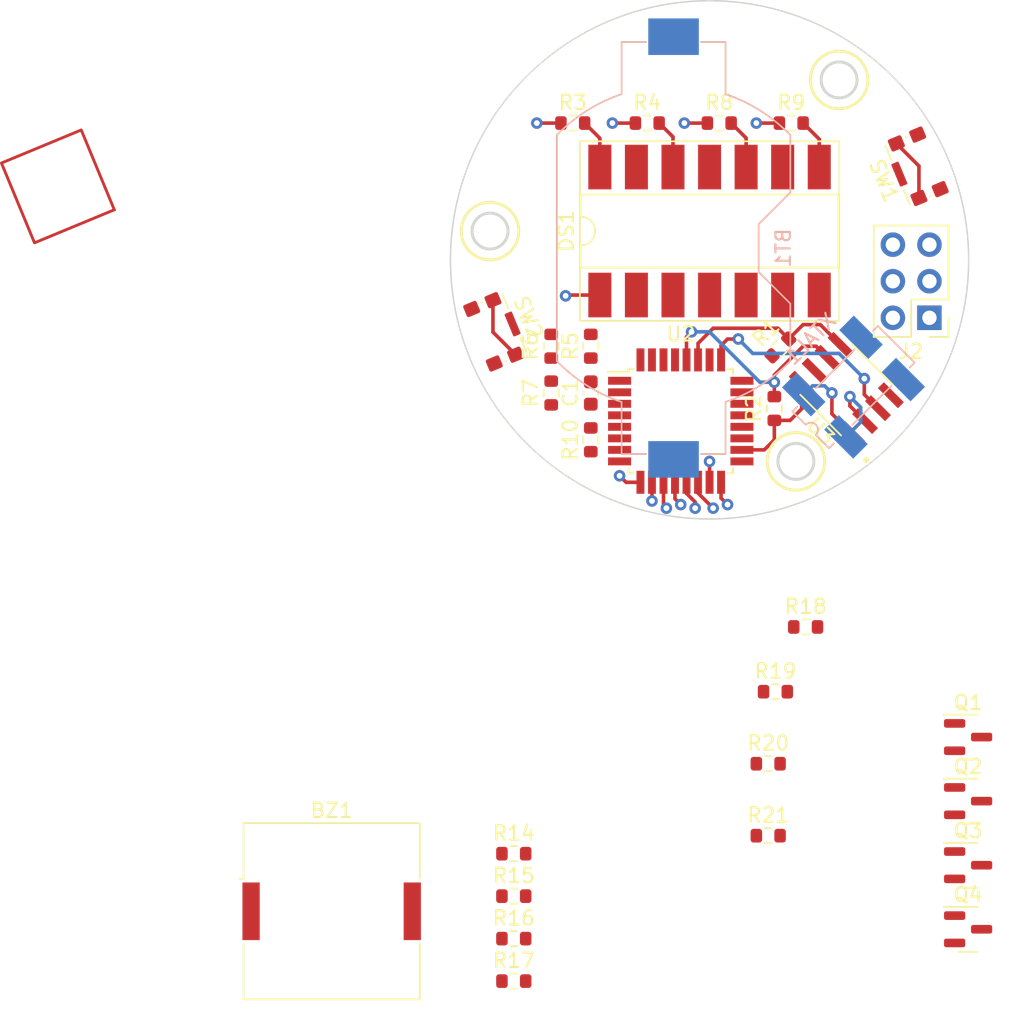
<source format=kicad_pcb>
(kicad_pcb (version 20221018) (generator pcbnew)
  (layers (0 "F.Cu" signal) (31 "B.Cu" signal) (34 "B.Paste" user) (35 "F.Paste" user) (36 "B.SilkS" user "B.Silkscreen") (37 "F.SilkS" user "F.Silkscreen") (38 "B.Mask" user) (39 "F.Mask" user) (44 "Edge.Cuts" user))
  (net 0 "")
  (net 1 "Net-(DS1-CA1)")
  (net 2 "Net-(DS1-e)")
  (net 3 "Net-(DS1-c)")
  (net 4 "Net-(DS1-CA3)")
  (net 5 "Net-(DS1-DP)")
  (net 6 "Net-(DS1-d)")
  (net 7 "Net-(DS1-CA5)")
  (net 8 "Net-(DS1-g)")
  (net 9 "Net-(DS1-CA4)")
  (net 10 "Net-(DS1-f)")
  (net 12 "Net-(DS1-b)")
  (net 13 "Net-(DS1-CA2)")
  (net 14 "Net-(DS1-a)")
  (net 15 "GND")
  (net 16 "/HI_MISO")
  (net 17 "+5V")
  (net 18 "/HI_SCK")
  (net 19 "/HI_MOSI")
  (net 20 "/~{HI_RESET}")
  (net 21 "+BATT")
  (net 22 "/~{RESET}")
  (net 23 "/HI_RESET")
  (net 24 "/SCK")
  (net 25 "/MISO")
  (net 26 "/MOSI")
  (net 27 "/SDA")
  (net 28 "/SCL")
  (net 29 "Net-(U2-PD0)")
  (net 30 "Net-(U2-PD1)")
  (net 31 "Net-(U2-PD2)")
  (net 32 "Net-(U2-PD3)")
  (net 33 "Net-(U2-PD4)")
  (net 34 "Net-(U2-PD5)")
  (net 35 "Net-(U2-PD6)")
  (net 36 "Net-(U2-PD7)")
  (net 37 "Net-(BZ1-+)")
  (net 42 "/MODE_BUTTON")
  (net 43 "/UP_BUTTON")
  (net 44 "/~{INTA}")
  (net 45 "Net-(U3-X1)")
  (net 46 "Net-(U3-X2)")
  (footprint "Resistor_SMD:R_0603_1608Metric" (layer "F.Cu") (at 261 98.824999 90)
    (fp_text reference "R2" (at 0 -1.43 90) (layer "F.SilkS"))
    (fp_text value "10k")
    (fp_line (start -0.237258 -0.5225) (end 0.237258 -0.5225) (stroke (width 0.12)) (layer "F.SilkS"))
    (fp_line (start -0.237258 0.5225) (end 0.237258 0.5225) (stroke (width 0.12)) (layer "F.SilkS"))
    (pad "1" smd roundrect (at -0.825 0 90) (size 0.8 0.95) (layers "F.Cu" "F.Paste" "F.Mask") (net 21 "+BATT"))
    (pad "2" smd roundrect (at 0.825 0 90) (size 0.8 0.95) (layers "F.Cu" "F.Paste" "F.Mask") (net 28 "/SCL"))
  )
  (footprint "Resistor_SMD:R_0603_1608Metric" (layer "F.Cu") (at 247 79)
    (fp_text reference "R3" (at 0 -1.43) (layer "F.SilkS"))
    (fp_text value "680R")
    (fp_line (start -0.237258 -0.5225) (end 0.237258 -0.5225) (stroke (width 0.12)) (layer "F.SilkS"))
    (fp_line (start -0.237258 0.5225) (end 0.237258 0.5225) (stroke (width 0.12)) (layer "F.SilkS"))
    (pad "1" smd roundrect (at -0.825 0) (size 0.8 0.95) (layers "F.Cu" "F.Paste" "F.Mask") (net 29 "Net-(U2-PD0)"))
    (pad "2" smd roundrect (at 0.825 0) (size 0.8 0.95) (layers "F.Cu" "F.Paste" "F.Mask") (net 14 "Net-(DS1-a)"))
  )
  (footprint "Buzzer_Beeper:Buzzer_Murata_PKLCS1212E" (layer "F.Cu") (at 230.25 133.75)
    (fp_text reference "BZ1" (at 0 -7) (layer "F.SilkS"))
    (fp_text value "Buzzer")
    (fp_line (start -6.12 -6.12) (end 6.12 -6.12) (stroke (width 0.12)) (layer "F.SilkS"))
    (fp_line (start -6.12 -2.26) (end -6.42 -2.26) (stroke (width 0.12)) (layer "F.SilkS"))
    (fp_line (start -6.12 -2.26) (end -6.12 -6.12) (stroke (width 0.12)) (layer "F.SilkS"))
    (fp_line (start -6.12 6.12) (end -6.12 2.26) (stroke (width 0.12)) (layer "F.SilkS"))
    (fp_line (start 6.12 -6.12) (end 6.12 -2.26) (stroke (width 0.12)) (layer "F.SilkS"))
    (fp_line (start 6.12 2.26) (end 6.12 6.12) (stroke (width 0.12)) (layer "F.SilkS"))
    (fp_line (start 6.12 6.12) (end -6.12 6.12) (stroke (width 0.12)) (layer "F.SilkS"))
    (pad "1" smd rect (at -5.6 0) (size 1.2 4) (layers "F.Cu" "F.Paste" "F.Mask") (net 37 "Net-(BZ1-+)"))
    (pad "2" smd rect (at 5.6 0) (size 1.2 4) (layers "F.Cu" "F.Paste" "F.Mask") (net 15 "GND"))
  )
  (footprint "Package_TO_SOT_SMD:SOT-23" (layer "F.Cu") (at 274.4625 130.55)
    (fp_text reference "Q3" (at 0 -2.4) (layer "F.SilkS"))
    (fp_text value "BSS138")
    (fp_line (start 0 -1.56) (end -1.675 -1.56) (stroke (width 0.12)) (layer "F.SilkS"))
    (fp_line (start 0 -1.56) (end 0.65 -1.56) (stroke (width 0.12)) (layer "F.SilkS"))
    (fp_line (start 0 1.56) (end -0.65 1.56) (stroke (width 0.12)) (layer "F.SilkS"))
    (fp_line (start 0 1.56) (end 0.65 1.56) (stroke (width 0.12)) (layer "F.SilkS"))
    (pad "1" smd roundrect (at -0.9375 -0.95) (size 1.475 0.6) (layers "F.Cu" "F.Paste" "F.Mask") (net 21 "+BATT"))
    (pad "2" smd roundrect (at -0.9375 0.95) (size 1.475 0.6) (layers "F.Cu" "F.Paste" "F.Mask") (net 25 "/MISO"))
    (pad "3" smd roundrect (at 0.9375 0) (size 1.475 0.6) (layers "F.Cu" "F.Paste" "F.Mask") (net 16 "/HI_MISO"))
  )
  (footprint "Resistor_SMD:R_0603_1608Metric" (layer "F.Cu") (at 245.5 94.5 90)
    (fp_text reference "R6" (at 0 -1.43 90) (layer "F.SilkS"))
    (fp_text value "680R")
    (fp_line (start -0.237258 -0.5225) (end 0.237258 -0.5225) (stroke (width 0.12)) (layer "F.SilkS"))
    (fp_line (start -0.237258 0.5225) (end 0.237258 0.5225) (stroke (width 0.12)) (layer "F.SilkS"))
    (pad "1" smd roundrect (at -0.825 0 90) (size 0.8 0.95) (layers "F.Cu" "F.Paste" "F.Mask") (net 32 "Net-(U2-PD3)"))
    (pad "2" smd roundrect (at 0.825 0 90) (size 0.8 0.95) (layers "F.Cu" "F.Paste" "F.Mask") (net 6 "Net-(DS1-d)"))
  )
  (footprint "Connector_PinHeader_2.54mm:PinHeader_2x03_P2.54mm_Vertical" (layer "F.Cu") (at 271.775 92.525 180)
    (fp_text reference "J2" (at 1.27 -2.33) (layer "F.SilkS"))
    (fp_text value "AVR ISP Connector")
    (fp_line (start -1.33 -1.33) (end 0 -1.33) (stroke (width 0.12)) (layer "F.SilkS"))
    (fp_line (start -1.33 0) (end -1.33 -1.33) (stroke (width 0.12)) (layer "F.SilkS"))
    (fp_line (start -1.33 1.27) (end -1.33 6.41) (stroke (width 0.12)) (layer "F.SilkS"))
    (fp_line (start -1.33 1.27) (end 1.27 1.27) (stroke (width 0.12)) (layer "F.SilkS"))
    (fp_line (start -1.33 6.41) (end 3.87 6.41) (stroke (width 0.12)) (layer "F.SilkS"))
    (fp_line (start 1.27 -1.33) (end 3.87 -1.33) (stroke (width 0.12)) (layer "F.SilkS"))
    (fp_line (start 1.27 1.27) (end 1.27 -1.33) (stroke (width 0.12)) (layer "F.SilkS"))
    (fp_line (start 3.87 -1.33) (end 3.87 6.41) (stroke (width 0.12)) (layer "F.SilkS"))
    (pad "1" thru_hole rect (at 0 0 180) (size 1.7 1.7) (drill 1) (layers "*.Cu" "*.Mask") (net 16 "/HI_MISO"))
    (pad "2" thru_hole oval (at 2.54 0 180) (size 1.7 1.7) (drill 1) (layers "*.Cu" "*.Mask") (net 17 "+5V"))
    (pad "3" thru_hole oval (at 0 2.54 180) (size 1.7 1.7) (drill 1) (layers "*.Cu" "*.Mask") (net 18 "/HI_SCK"))
    (pad "4" thru_hole oval (at 2.54 2.54 180) (size 1.7 1.7) (drill 1) (layers "*.Cu" "*.Mask") (net 19 "/HI_MOSI"))
    (pad "5" thru_hole oval (at 0 5.08 180) (size 1.7 1.7) (drill 1) (layers "*.Cu" "*.Mask") (net 20 "/~{HI_RESET}"))
    (pad "6" thru_hole oval (at 2.54 5.08 180) (size 1.7 1.7) (drill 1) (layers "*.Cu" "*.Mask") (net 15 "GND"))
  )
  (footprint "Package_TO_SOT_SMD:SOT-23" (layer "F.Cu") (at 274.4625 135)
    (fp_text reference "Q4" (at 0 -2.4) (layer "F.SilkS"))
    (fp_text value "BSS138")
    (fp_line (start 0 -1.56) (end -1.675 -1.56) (stroke (width 0.12)) (layer "F.SilkS"))
    (fp_line (start 0 -1.56) (end 0.65 -1.56) (stroke (width 0.12)) (layer "F.SilkS"))
    (fp_line (start 0 1.56) (end -0.65 1.56) (stroke (width 0.12)) (layer "F.SilkS"))
    (fp_line (start 0 1.56) (end 0.65 1.56) (stroke (width 0.12)) (layer "F.SilkS"))
    (pad "1" smd roundrect (at -0.9375 -0.95) (size 1.475 0.6) (layers "F.Cu" "F.Paste" "F.Mask") (net 21 "+BATT"))
    (pad "2" smd roundrect (at -0.9375 0.95) (size 1.475 0.6) (layers "F.Cu" "F.Paste" "F.Mask") (net 26 "/MOSI"))
    (pad "3" smd roundrect (at 0.9375 0) (size 1.475 0.6) (layers "F.Cu" "F.Paste" "F.Mask") (net 19 "/HI_MOSI"))
  )
  (footprint "Resistor_SMD:R_0603_1608Metric" (layer "F.Cu") (at 242.9025 132.7)
    (fp_text reference "R15" (at 0 -1.43) (layer "F.SilkS"))
    (fp_text value "10k")
    (fp_line (start -0.237258 -0.5225) (end 0.237258 -0.5225) (stroke (width 0.12)) (layer "F.SilkS"))
    (fp_line (start -0.237258 0.5225) (end 0.237258 0.5225) (stroke (width 0.12)) (layer "F.SilkS"))
    (pad "1" smd roundrect (at -0.825 0) (size 0.8 0.95) (layers "F.Cu" "F.Paste" "F.Mask") (net 23 "/HI_RESET"))
    (pad "2" smd roundrect (at 0.825 0) (size 0.8 0.95) (layers "F.Cu" "F.Paste" "F.Mask") (net 17 "+5V"))
  )
  (footprint "Resistor_SMD:R_0603_1608Metric" (layer "F.Cu") (at 257.175 79)
    (fp_text reference "R8" (at 0 -1.43) (layer "F.SilkS"))
    (fp_text value "680R")
    (fp_line (start -0.237258 -0.5225) (end 0.237258 -0.5225) (stroke (width 0.12)) (layer "F.SilkS"))
    (fp_line (start -0.237258 0.5225) (end 0.237258 0.5225) (stroke (width 0.12)) (layer "F.SilkS"))
    (pad "1" smd roundrect (at -0.825 0) (size 0.8 0.95) (layers "F.Cu" "F.Paste" "F.Mask") (net 34 "Net-(U2-PD5)"))
    (pad "2" smd roundrect (at 0.825 0) (size 0.8 0.95) (layers "F.Cu" "F.Paste" "F.Mask") (net 10 "Net-(DS1-f)"))
  )
  (footprint "Resistor_SMD:R_0603_1608Metric" (layer "F.Cu") (at 245.5 97.75 90)
    (fp_text reference "R7" (at 0 -1.43 90) (layer "F.SilkS"))
    (fp_text value "680R")
    (fp_line (start -0.237258 -0.5225) (end 0.237258 -0.5225) (stroke (width 0.12)) (layer "F.SilkS"))
    (fp_line (start -0.237258 0.5225) (end 0.237258 0.5225) (stroke (width 0.12)) (layer "F.SilkS"))
    (pad "1" smd roundrect (at -0.825 0 90) (size 0.8 0.95) (layers "F.Cu" "F.Paste" "F.Mask") (net 33 "Net-(U2-PD4)"))
    (pad "2" smd roundrect (at 0.825 0 90) (size 0.8 0.95) (layers "F.Cu" "F.Paste" "F.Mask") (net 2 "Net-(DS1-e)"))
  )
  (footprint "Resistor_SMD:R_0603_1608Metric" (layer "F.Cu") (at 248.25 101 90)
    (fp_text reference "R10" (at 0 -1.43 90) (layer "F.SilkS"))
    (fp_text value "680R")
    (fp_line (start -0.237258 -0.5225) (end 0.237258 -0.5225) (stroke (width 0.12)) (layer "F.SilkS"))
    (fp_line (start -0.237258 0.5225) (end 0.237258 0.5225) (stroke (width 0.12)) (layer "F.SilkS"))
    (pad "1" smd roundrect (at -0.825 0 90) (size 0.8 0.95) (layers "F.Cu" "F.Paste" "F.Mask") (net 36 "Net-(U2-PD7)"))
    (pad "2" smd roundrect (at 0.825 0 90) (size 0.8 0.95) (layers "F.Cu" "F.Paste" "F.Mask") (net 5 "Net-(DS1-DP)"))
  )
  (footprint "Package_TO_SOT_SMD:SOT-23" (layer "F.Cu") (at 274.4625 121.65)
    (fp_text reference "Q1" (at 0 -2.4) (layer "F.SilkS"))
    (fp_text value "BSS138")
    (fp_line (start 0 -1.56) (end -1.675 -1.56) (stroke (width 0.12)) (layer "F.SilkS"))
    (fp_line (start 0 -1.56) (end 0.65 -1.56) (stroke (width 0.12)) (layer "F.SilkS"))
    (fp_line (start 0 1.56) (end -0.65 1.56) (stroke (width 0.12)) (layer "F.SilkS"))
    (fp_line (start 0 1.56) (end 0.65 1.56) (stroke (width 0.12)) (layer "F.SilkS"))
    (pad "1" smd roundrect (at -0.9375 -0.95) (size 1.475 0.6) (layers "F.Cu" "F.Paste" "F.Mask") (net 21 "+BATT"))
    (pad "2" smd roundrect (at -0.9375 0.95) (size 1.475 0.6) (layers "F.Cu" "F.Paste" "F.Mask") (net 22 "/~{RESET}"))
    (pad "3" smd roundrect (at 0.9375 0) (size 1.475 0.6) (layers "F.Cu" "F.Paste" "F.Mask") (net 23 "/HI_RESET"))
  )
  (footprint "Resistor_SMD:R_0603_1608Metric" (layer "F.Cu") (at 260.575 123.5)
    (fp_text reference "R20" (at 0 -1.43) (layer "F.SilkS"))
    (fp_text value "10k")
    (fp_line (start -0.237258 -0.5225) (end 0.237258 -0.5225) (stroke (width 0.12)) (layer "F.SilkS"))
    (fp_line (start -0.237258 0.5225) (end 0.237258 0.5225) (stroke (width 0.12)) (layer "F.SilkS"))
    (pad "1" smd roundrect (at -0.825 0) (size 0.8 0.95) (layers "F.Cu" "F.Paste" "F.Mask") (net 26 "/MOSI"))
    (pad "2" smd roundrect (at 0.825 0) (size 0.8 0.95) (layers "F.Cu" "F.Paste" "F.Mask") (net 21 "+BATT"))
  )
  (footprint "Capacitor_SMD:C_0603_1608Metric" (layer "F.Cu") (at 248.25 97.75 90)
    (fp_text reference "C1" (at 0 -1.43 90) (layer "F.SilkS"))
    (fp_text value "100n")
    (fp_line (start -0.14058 -0.51) (end 0.14058 -0.51) (stroke (width 0.12)) (layer "F.SilkS"))
    (fp_line (start -0.14058 0.51) (end 0.14058 0.51) (stroke (width 0.12)) (layer "F.SilkS"))
    (pad "1" smd roundrect (at -0.775 0 90) (size 0.9 0.95) (layers "F.Cu" "F.Paste" "F.Mask") (net 21 "+BATT"))
    (pad "2" smd roundrect (at 0.775 0 90) (size 0.9 0.95) (layers "F.Cu" "F.Paste" "F.Mask") (net 15 "GND"))
  )
  (footprint "Resistor_SMD:R_0603_1608Metric" (layer "F.Cu") (at 242.9025 138.6)
    (fp_text reference "R17" (at 0 -1.43) (layer "F.SilkS"))
    (fp_text value "10k")
    (fp_line (start -0.237258 -0.5225) (end 0.237258 -0.5225) (stroke (width 0.12)) (layer "F.SilkS"))
    (fp_line (start -0.237258 0.5225) (end 0.237258 0.5225) (stroke (width 0.12)) (layer "F.SilkS"))
    (pad "1" smd roundrect (at -0.825 0) (size 0.8 0.95) (layers "F.Cu" "F.Paste" "F.Mask") (net 18 "/HI_SCK"))
    (pad "2" smd roundrect (at 0.825 0) (size 0.8 0.95) (layers "F.Cu" "F.Paste" "F.Mask") (net 17 "+5V"))
  )
  (footprint "footprints:SOIC127P600X175-8N" (layer "F.Cu") (at 266 97.5 135)
    (fp_text reference "U3" (at -0.795 -3.332 135) (layer "F.SilkS"))
    (fp_text value "DS1337S+")
    (fp_line (start -2 -2.52) (end 2 -2.52) (stroke (width 0.127)) (layer "F.SilkS"))
    (fp_line (start -2 2.52) (end 2 2.52) (stroke (width 0.127)) (layer "F.SilkS"))
    (fp_circle (center -4.445 -2.495) (end -4.345 -2.495) (stroke (width 0.2)) (fill none) (layer "F.SilkS"))
    (pad "1" smd roundrect (at -2.475 -1.905 135) (size 1.97 0.59) (layers "F.Cu" "F.Paste" "F.Mask") (roundrect_rratio 0.07) (net 45 "Net-(U3-X1)"))
    (pad "2" smd roundrect (at -2.475 -0.635 135) (size 1.97 0.59) (layers "F.Cu" "F.Paste" "F.Mask") (roundrect_rratio 0.07) (net 46 "Net-(U3-X2)"))
    (pad "3" smd roundrect (at -2.475 0.635 135) (size 1.97 0.59) (layers "F.Cu" "F.Paste" "F.Mask") (roundrect_rratio 0.07) (net 44 "/~{INTA}"))
    (pad "4" smd roundrect (at -2.475 1.905 135) (size 1.97 0.59) (layers "F.Cu" "F.Paste" "F.Mask") (roundrect_rratio 0.07) (net 15 "GND"))
    (pad "5" smd roundrect (at 2.475 1.905 135) (size 1.97 0.59) (layers "F.Cu" "F.Paste" "F.Mask") (roundrect_rratio 0.07) (net 27 "/SDA"))
    (pad "6" smd roundrect (at 2.475 0.635 135) (size 1.97 0.59) (layers "F.Cu" "F.Paste" "F.Mask") (roundrect_rratio 0.07) (net 28 "/SCL"))
    (pad "7" smd roundrect (at 2.475 -0.635 135) (size 1.97 0.59) (layers "F.Cu" "F.Paste" "F.Mask") (roundrect_rratio 0.07))
    (pad "8" smd roundrect (at 2.475 -1.905 135) (size 1.97 0.59) (layers "F.Cu" "F.Paste" "F.Mask") (roundrect_rratio 0.07) (net 21 "+BATT"))
  )
  (footprint "Resistor_SMD:R_0603_1608Metric" (layer "F.Cu") (at 261.075 118.5)
    (fp_text reference "R19" (at 0 -1.43) (layer "F.SilkS"))
    (fp_text value "10k")
    (fp_line (start -0.237258 -0.5225) (end 0.237258 -0.5225) (stroke (width 0.12)) (layer "F.SilkS"))
    (fp_line (start -0.237258 0.5225) (end 0.237258 0.5225) (stroke (width 0.12)) (layer "F.SilkS"))
    (pad "1" smd roundrect (at -0.825 0) (size 0.8 0.95) (layers "F.Cu" "F.Paste" "F.Mask") (net 16 "/HI_MISO"))
    (pad "2" smd roundrect (at 0.825 0) (size 0.8 0.95) (layers "F.Cu" "F.Paste" "F.Mask") (net 17 "+5V"))
  )
  (footprint "Package_DIP:DIP-14_W8.89mm_SMDSocket_LongPads" (layer "F.Cu") (at 256.5 86.5 90)
    (fp_text reference "DS1" (at 0 -9.95 90) (layer "F.SilkS"))
    (fp_text value "5082-7415")
    (fp_line (start -6.235 -9.01) (end -6.235 9.01) (stroke (width 0.12)) (layer "F.SilkS"))
    (fp_line (start -6.235 9.01) (end 6.235 9.01) (stroke (width 0.12)) (layer "F.SilkS"))
    (fp_line (start -2.535 -8.95) (end -2.535 8.95) (stroke (width 0.12)) (layer "F.SilkS"))
    (fp_line (start -2.535 8.95) (end 2.535 8.95) (stroke (width 0.12)) (layer "F.SilkS"))
    (fp_line (start -1 -8.95) (end -2.535 -8.95) (stroke (width 0.12)) (layer "F.SilkS"))
    (fp_line (start 2.535 -8.95) (end 1 -8.95) (stroke (width 0.12)) (layer "F.SilkS"))
    (fp_line (start 2.535 8.95) (end 2.535 -8.95) (stroke (width 0.12)) (layer "F.SilkS"))
    (fp_line (start 6.235 -9.01) (end -6.235 -9.01) (stroke (width 0.12)) (layer "F.SilkS"))
    (fp_line (start 6.235 9.01) (end 6.235 -9.01) (stroke (width 0.12)) (layer "F.SilkS"))
    (fp_arc (start 1 -8.95) (mid 0 -7.95) (end -1 -8.95) (stroke (width 0.12)) (layer "F.SilkS"))
    (pad "1" smd rect (at -4.445 -7.62 90) (size 3.1 1.6) (layers "F.Cu" "F.Paste" "F.Mask") (net 1 "Net-(DS1-CA1)"))
    (pad "2" smd rect (at -4.445 -5.08 90) (size 3.1 1.6) (layers "F.Cu" "F.Paste" "F.Mask") (net 2 "Net-(DS1-e)"))
    (pad "3" smd rect (at -4.445 -2.54 90) (size 3.1 1.6) (layers "F.Cu" "F.Paste" "F.Mask") (net 3 "Net-(DS1-c)"))
    (pad "4" smd rect (at -4.445 0 90) (size 3.1 1.6) (layers "F.Cu" "F.Paste" "F.Mask") (net 4 "Net-(DS1-CA3)"))
    (pad "5" smd rect (at -4.445 2.54 90) (size 3.1 1.6) (layers "F.Cu" "F.Paste" "F.Mask") (net 5 "Net-(DS1-DP)"))
    (pad "6" smd rect (at -4.445 5.08 90) (size 3.1 1.6) (layers "F.Cu" "F.Paste" "F.Mask") (net 6 "Net-(DS1-d)"))
    (pad "7" smd rect (at -4.445 7.62 90) (size 3.1 1.6) (layers "F.Cu" "F.Paste" "F.Mask") (net 7 "Net-(DS1-CA5)"))
    (pad "8" smd rect (at 4.445 7.62 90) (size 3.1 1.6) (layers "F.Cu" "F.Paste" "F.Mask") (net 8 "Net-(DS1-g)"))
    (pad "9" smd rect (at 4.445 5.08 90) (size 3.1 1.6) (layers "F.Cu" "F.Paste" "F.Mask") (net 9 "Net-(DS1-CA4)"))
    (pad "10" smd rect (at 4.445 2.54 90) (size 3.1 1.6) (layers "F.Cu" "F.Paste" "F.Mask") (net 10 "Net-(DS1-f)"))
    (pad "11" smd rect (at 4.445 0 90) (size 3.1 1.6) (layers "F.Cu" "F.Paste" "F.Mask"))
    (pad "12" smd rect (at 4.445 -2.54 90) (size 3.1 1.6) (layers "F.Cu" "F.Paste" "F.Mask") (net 12 "Net-(DS1-b)"))
    (pad "13" smd rect (at 4.445 -5.08 90) (size 3.1 1.6) (layers "F.Cu" "F.Paste" "F.Mask") (net 13 "Net-(DS1-CA2)"))
    (pad "14" smd rect (at 4.445 -7.62 90) (size 3.1 1.6) (layers "F.Cu" "F.Paste" "F.Mask") (net 14 "Net-(DS1-a)"))
  )
  (footprint "Resistor_SMD:R_0603_1608Metric" (layer "F.Cu") (at 248.25 94.5 90)
    (fp_text reference "R5" (at 0 -1.43 90) (layer "F.SilkS"))
    (fp_text value "680R")
    (fp_line (start -0.237258 -0.5225) (end 0.237258 -0.5225) (stroke (width 0.12)) (layer "F.SilkS"))
    (fp_line (start -0.237258 0.5225) (end 0.237258 0.5225) (stroke (width 0.12)) (layer "F.SilkS"))
    (pad "1" smd roundrect (at -0.825 0 90) (size 0.8 0.95) (layers "F.Cu" "F.Paste" "F.Mask") (net 31 "Net-(U2-PD2)"))
    (pad "2" smd roundrect (at 0.825 0 90) (size 0.8 0.95) (layers "F.Cu" "F.Paste" "F.Mask") (net 3 "Net-(DS1-c)"))
  )
  (footprint "Button_Switch_SMD:SW_SPST_CK_KMS2xxG" (layer "F.Cu") (at 241.5 93.5 -67.5)
    (fp_text reference "SW2" (at 0 -2.6 112.5) (layer "F.SilkS"))
    (fp_text value "UP")
    (fp_line (start -2.21 -1.56) (end -1.11 -1.56) (stroke (width 0.12)) (layer "F.SilkS"))
    (fp_line (start -2.21 -0.04) (end -2.21 0.04) (stroke (width 0.12)) (layer "F.SilkS"))
    (fp_line (start 1.11 -1.56) (end 2.21 -1.56) (stroke (width 0.12)) (layer "F.SilkS"))
    (fp_line (start 2.21 -0.04) (end 2.21 0.04) (stroke (width 0.12)) (layer "F.SilkS"))
    (pad "1" smd roundrect (at -2.05 -0.8 292.5) (size 0.9 1) (layers "F.Cu" "F.Paste" "F.Mask") (roundrect_rratio 0.15) (net 43 "/UP_BUTTON"))
    (pad "1" smd roundrect (at 2.05 -0.8 292.5) (size 0.9 1) (layers "F.Cu" "F.Paste" "F.Mask") (roundrect_rratio 0.15) (net 43 "/UP_BUTTON"))
    (pad "2" smd roundrect (at -2.05 0.8 292.5) (size 0.9 1) (layers "F.Cu" "F.Paste" "F.Mask") (roundrect_rratio 0.15) (net 15 "GND"))
    (pad "2" smd roundrect (at 2.05 0.8 292.5) (size 0.9 1) (layers "F.Cu" "F.Paste" "F.Mask") (roundrect_rratio 0.15) (net 15 "GND"))
    (pad "SH" smd roundrect (at 0 -1.425 292.5) (size 1.7 0.55) (layers "F.Cu" "F.Paste" "F.Mask") (roundrect_rratio 0.15))
  )
  (footprint "Button_Switch_SMD:SW_SPST_CK_KMS2xxG" (layer "F.Cu") (at 271 82 112.5)
    (fp_text reference "SW1" (at 0 -2.6 112.5) (layer "F.SilkS"))
    (fp_text value "MODE")
    (fp_line (start -2.21 -1.56) (end -1.11 -1.56) (stroke (width 0.12)) (layer "F.SilkS"))
    (fp_line (start -2.21 -0.04) (end -2.21 0.04) (stroke (width 0.12)) (layer "F.SilkS"))
    (fp_line (start 1.11 -1.56) (end 2.21 -1.56) (stroke (width 0.12)) (layer "F.SilkS"))
    (fp_line (start 2.21 -0.04) (end 2.21 0.04) (stroke (width 0.12)) (layer "F.SilkS"))
    (pad "1" smd roundrect (at -2.05 -0.8 112.5) (size 0.9 1) (layers "F.Cu" "F.Paste" "F.Mask") (roundrect_rratio 0.15) (net 42 "/MODE_BUTTON"))
    (pad "1" smd roundrect (at 2.05 -0.8 112.5) (size 0.9 1) (layers "F.Cu" "F.Paste" "F.Mask") (roundrect_rratio 0.15) (net 42 "/MODE_BUTTON"))
    (pad "2" smd roundrect (at -2.05 0.8 112.5) (size 0.9 1) (layers "F.Cu" "F.Paste" "F.Mask") (roundrect_rratio 0.15) (net 15 "GND"))
    (pad "2" smd roundrect (at 2.05 0.8 112.5) (size 0.9 1) (layers "F.Cu" "F.Paste" "F.Mask") (roundrect_rratio 0.15) (net 15 "GND"))
    (pad "SH" smd roundrect (at 0 -1.425 112.5) (size 1.7 0.55) (layers "F.Cu" "F.Paste" "F.Mask") (roundrect_rratio 0.15))
  )
  (footprint "Resistor_SMD:R_0603_1608Metric" (layer "F.Cu") (at 261.416637 94.583362 45)
    (fp_text reference "R1" (at 0 -1.43 45) (layer "F.SilkS"))
    (fp_text value "10k")
    (fp_line (start -0.237258 -0.5225) (end 0.237258 -0.5225) (stroke (width 0.12)) (layer "F.SilkS"))
    (fp_line (start -0.237258 0.5225) (end 0.237258 0.5225) (stroke (width 0.12)) (layer "F.SilkS"))
    (pad "1" smd roundrect (at -0.825 0 45) (size 0.8 0.95) (layers "F.Cu" "F.Paste" "F.Mask") (net 21 "+BATT"))
    (pad "2" smd roundrect (at 0.825 0 45) (size 0.8 0.95) (layers "F.Cu" "F.Paste" "F.Mask") (net 27 "/SDA"))
  )
  (footprint "Resistor_SMD:R_0603_1608Metric" (layer "F.Cu") (at 263.175 114)
    (fp_text reference "R18" (at 0 -1.43) (layer "F.SilkS"))
    (fp_text value "10k")
    (fp_line (start -0.237258 -0.5225) (end 0.237258 -0.5225) (stroke (width 0.12)) (layer "F.SilkS"))
    (fp_line (start -0.237258 0.5225) (end 0.237258 0.5225) (stroke (width 0.12)) (layer "F.SilkS"))
    (pad "1" smd roundrect (at -0.825 0) (size 0.8 0.95) (layers "F.Cu" "F.Paste" "F.Mask") (net 25 "/MISO"))
    (pad "2" smd roundrect (at 0.825 0) (size 0.8 0.95) (layers "F.Cu" "F.Paste" "F.Mask") (net 21 "+BATT"))
  )
  (footprint "Package_QFP:TQFP-32_7x7mm_P0.8mm" (layer "F.Cu") (at 254.5 99.7)
    (fp_text reference "U2" (at 0 -6.05) (layer "F.SilkS"))
    (fp_text value "ATmega328PB-A")
    (fp_line (start -3.625 -3.625) (end -3.625 -3.4) (stroke (width 0.15)) (layer "F.SilkS"))
    (fp_line (start -3.625 -3.625) (end -3.3 -3.625) (stroke (width 0.15)) (layer "F.SilkS"))
    (fp_line (start -3.625 -3.4) (end -5.05 -3.4) (stroke (width 0.15)) (layer "F.SilkS"))
    (fp_line (start -3.625 3.625) (end -3.625 3.3) (stroke (width 0.15)) (layer "F.SilkS"))
    (fp_line (start -3.625 3.625) (end -3.3 3.625) (stroke (width 0.15)) (layer "F.SilkS"))
    (fp_line (start 3.625 -3.625) (end 3.3 -3.625) (stroke (width 0.15)) (layer "F.SilkS"))
    (fp_line (start 3.625 -3.625) (end 3.625 -3.3) (stroke (width 0.15)) (layer "F.SilkS"))
    (fp_line (start 3.625 3.625) (end 3.3 3.625) (stroke (width 0.15)) (layer "F.SilkS"))
    (fp_line (start 3.625 3.625) (end 3.625 3.3) (stroke (width 0.15)) (layer "F.SilkS"))
    (pad "1" smd rect (at -4.25 -2.8) (size 1.6 0.55) (layers "F.Cu" "F.Paste" "F.Mask") (net 32 "Net-(U2-PD3)"))
    (pad "2" smd rect (at -4.25 -2) (size 1.6 0.55) (layers "F.Cu" "F.Paste" "F.Mask") (net 33 "Net-(U2-PD4)"))
    (pad "3" smd rect (at -4.25 -1.2) (size 1.6 0.55) (layers "F.Cu" "F.Paste" "F.Mask") (net 37 "Net-(BZ1-+)"))
    (pad "4" smd rect (at -4.25 -0.4) (size 1.6 0.55) (layers "F.Cu" "F.Paste" "F.Mask") (net 21 "+BATT"))
    (pad "5" smd rect (at -4.25 0.4) (size 1.6 0.55) (layers "F.Cu" "F.Paste" "F.Mask") (net 15 "GND"))
    (pad "6" smd rect (at -4.25 1.2) (size 1.6 0.55) (layers "F.Cu" "F.Paste" "F.Mask"))
    (pad "7" smd rect (at -4.25 2) (size 1.6 0.55) (layers "F.Cu" "F.Paste" "F.Mask") (net 9 "Net-(DS1-CA4)"))
    (pad "8" smd rect (at -4.25 2.8) (size 1.6 0.55) (layers "F.Cu" "F.Paste" "F.Mask") (net 7 "Net-(DS1-CA5)"))
    (pad "9" smd rect (at -2.8 4.25 90) (size 1.6 0.55) (layers "F.Cu" "F.Paste" "F.Mask") (net 34 "Net-(U2-PD5)"))
    (pad "10" smd rect (at -2 4.25 90) (size 1.6 0.55) (layers "F.Cu" "F.Paste" "F.Mask") (net 35 "Net-(U2-PD6)"))
    (pad "11" smd rect (at -1.2 4.25 90) (size 1.6 0.55) (layers "F.Cu" "F.Paste" "F.Mask") (net 36 "Net-(U2-PD7)"))
    (pad "12" smd rect (at -0.4 4.25 90) (size 1.6 0.55) (layers "F.Cu" "F.Paste" "F.Mask") (net 1 "Net-(DS1-CA1)"))
    (pad "13" smd rect (at 0.4 4.25 90) (size 1.6 0.55) (layers "F.Cu" "F.Paste" "F.Mask") (net 13 "Net-(DS1-CA2)"))
    (pad "14" smd rect (at 1.2 4.25 90) (size 1.6 0.55) (layers "F.Cu" "F.Paste" "F.Mask") (net 4 "Net-(DS1-CA3)"))
    (pad "15" smd rect (at 2 4.25 90) (size 1.6 0.55) (layers "F.Cu" "F.Paste" "F.Mask") (net 26 "/MOSI"))
    (pad "16" smd rect (at 2.8 4.25 90) (size 1.6 0.55) (layers "F.Cu" "F.Paste" "F.Mask") (net 25 "/MISO"))
    (pad "17" smd rect (at 4.25 2.8) (size 1.6 0.55) (layers "F.Cu" "F.Paste" "F.Mask") (net 24 "/SCK"))
    (pad "18" smd rect (at 4.25 2) (size 1.6 0.55) (layers "F.Cu" "F.Paste" "F.Mask") (net 21 "+BATT"))
    (pad "19" smd rect (at 4.25 1.2) (size 1.6 0.55) (layers "F.Cu" "F.Paste" "F.Mask"))
    (pad "20" smd rect (at 4.25 0.4) (size 1.6 0.55) (layers "F.Cu" "F.Paste" "F.Mask"))
    (pad "21" smd rect (at 4.25 -0.4) (size 1.6 0.55) (layers "F.Cu" "F.Paste" "F.Mask") (net 15 "GND"))
    (pad "22" smd rect (at 4.25 -1.2) (size 1.6 0.55) (layers "F.Cu" "F.Paste" "F.Mask"))
    (pad "23" smd rect (at 4.25 -2) (size 1.6 0.55) (layers "F.Cu" "F.Paste" "F.Mask") (net 42 "/MODE_BUTTON"))
    (pad "24" smd rect (at 4.25 -2.8) (size 1.6 0.55) (layers "F.Cu" "F.Paste" "F.Mask") (net 43 "/UP_BUTTON"))
    (pad "25" smd rect (at 2.8 -4.25 90) (size 1.6 0.55) (layers "F.Cu" "F.Paste" "F.Mask") (net 44 "/~{INTA}"))
    (pad "26" smd rect (at 2 -4.25 90) (size 1.6 0.55) (layers "F.Cu" "F.Paste" "F.Mask"))
    (pad "27" smd rect (at 1.2 -4.25 90) (size 1.6 0.55) (layers "F.Cu" "F.Paste" "F.Mask") (net 27 "/SDA"))
    (pad "28" smd rect (at 0.4 -4.25 90) (size 1.6 0.55) (layers "F.Cu" "F.Paste" "F.Mask") (net 28 "/SCL"))
    (pad "29" smd rect (at -0.4 -4.25 90) (size 1.6 0.55) (layers "F.Cu" "F.Paste" "F.Mask") (net 22 "/~{RESET}"))
    (pad "30" smd rect (at -1.2 -4.25 90) (size 1.6 0.55) (layers "F.Cu" "F.Paste" "F.Mask") (net 29 "Net-(U2-PD0)"))
    (pad "31" smd rect (at -2 -4.25 90) (size 1.6 0.55) (layers "F.Cu" "F.Paste" "F.Mask") (net 30 "Net-(U2-PD1)"))
    (pad "32" smd rect (at -2.8 -4.25 90) (size 1.6 0.55) (layers "F.Cu" "F.Paste" "F.Mask") (net 31 "Net-(U2-PD2)"))
  )
  (footprint "Resistor_SMD:R_0603_1608Metric" (layer "F.Cu") (at 242.9025 129.75)
    (fp_text reference "R14" (at 0 -1.43) (layer "F.SilkS"))
    (fp_text value "10k")
    (fp_line (start -0.237258 -0.5225) (end 0.237258 -0.5225) (stroke (width 0.12)) (layer "F.SilkS"))
    (fp_line (start -0.237258 0.5225) (end 0.237258 0.5225) (stroke (width 0.12)) (layer "F.SilkS"))
    (pad "1" smd roundrect (at -0.825 0) (size 0.8 0.95) (layers "F.Cu" "F.Paste" "F.Mask") (net 22 "/~{RESET}"))
    (pad "2" smd roundrect (at 0.825 0) (size 0.8 0.95) (layers "F.Cu" "F.Paste" "F.Mask") (net 21 "+BATT"))
  )
  (footprint "Resistor_SMD:R_0603_1608Metric" (layer "F.Cu") (at 252.175 79)
    (fp_text reference "R4" (at 0 -1.43) (layer "F.SilkS"))
    (fp_text value "680R")
    (fp_line (start -0.237258 -0.5225) (end 0.237258 -0.5225) (stroke (width 0.12)) (layer "F.SilkS"))
    (fp_line (start -0.237258 0.5225) (end 0.237258 0.5225) (stroke (width 0.12)) (layer "F.SilkS"))
    (pad "1" smd roundrect (at -0.825 0) (size 0.8 0.95) (layers "F.Cu" "F.Paste" "F.Mask") (net 30 "Net-(U2-PD1)"))
    (pad "2" smd roundrect (at 0.825 0) (size 0.8 0.95) (layers "F.Cu" "F.Paste" "F.Mask") (net 12 "Net-(DS1-b)"))
  )
  (footprint "Package_TO_SOT_SMD:SOT-23" (layer "F.Cu") (at 274.4625 126.1)
    (fp_text reference "Q2" (at 0 -2.4) (layer "F.SilkS"))
    (fp_text value "BSS138")
    (fp_line (start 0 -1.56) (end -1.675 -1.56) (stroke (width 0.12)) (layer "F.SilkS"))
    (fp_line (start 0 -1.56) (end 0.65 -1.56) (stroke (width 0.12)) (layer "F.SilkS"))
    (fp_line (start 0 1.56) (end -0.65 1.56) (stroke (width 0.12)) (layer "F.SilkS"))
    (fp_line (start 0 1.56) (end 0.65 1.56) (stroke (width 0.12)) (layer "F.SilkS"))
    (pad "1" smd roundrect (at -0.9375 -0.95) (size 1.475 0.6) (layers "F.Cu" "F.Paste" "F.Mask") (net 21 "+BATT"))
    (pad "2" smd roundrect (at -0.9375 0.95) (size 1.475 0.6) (layers "F.Cu" "F.Paste" "F.Mask") (net 24 "/SCK"))
    (pad "3" smd roundrect (at 0.9375 0) (size 1.475 0.6) (layers "F.Cu" "F.Paste" "F.Mask") (net 18 "/HI_SCK"))
  )
  (footprint "Resistor_SMD:R_0603_1608Metric" (layer "F.Cu") (at 262.175 79)
    (fp_text reference "R9" (at 0 -1.43) (layer "F.SilkS"))
    (fp_text value "680R")
    (fp_line (start -0.237258 -0.5225) (end 0.237258 -0.5225) (stroke (width 0.12)) (layer "F.SilkS"))
    (fp_line (start -0.237258 0.5225) (end 0.237258 0.5225) (stroke (width 0.12)) (layer "F.SilkS"))
    (pad "1" smd roundrect (at -0.825 0) (size 0.8 0.95) (layers "F.Cu" "F.Paste" "F.Mask") (net 35 "Net-(U2-PD6)"))
    (pad "2" smd roundrect (at 0.825 0) (size 0.8 0.95) (layers "F.Cu" "F.Paste" "F.Mask") (net 8 "Net-(DS1-g)"))
  )
  (footprint "Resistor_SMD:R_0603_1608Metric" (layer "F.Cu") (at 242.9025 135.65)
    (fp_text reference "R16" (at 0 -1.43) (layer "F.SilkS"))
    (fp_text value "10k")
    (fp_line (start -0.237258 -0.5225) (end 0.237258 -0.5225) (stroke (width 0.12)) (layer "F.SilkS"))
    (fp_line (start -0.237258 0.5225) (end 0.237258 0.5225) (stroke (width 0.12)) (layer "F.SilkS"))
    (pad "1" smd roundrect (at -0.825 0) (size 0.8 0.95) (layers "F.Cu" "F.Paste" "F.Mask") (net 24 "/SCK"))
    (pad "2" smd roundrect (at 0.825 0) (size 0.8 0.95) (layers "F.Cu" "F.Paste" "F.Mask") (net 21 "+BATT"))
  )
  (footprint "Resistor_SMD:R_0603_1608Metric" (layer "F.Cu") (at 260.575 128.5)
    (fp_text reference "R21" (at 0 -1.43) (layer "F.SilkS"))
    (fp_text value "10k")
    (fp_line (start -0.237258 -0.5225) (end 0.237258 -0.5225) (stroke (width 0.12)) (layer "F.SilkS"))
    (fp_line (start -0.237258 0.5225) (end 0.237258 0.5225) (stroke (width 0.12)) (layer "F.SilkS"))
    (pad "1" smd roundrect (at -0.825 0) (size 0.8 0.95) (layers "F.Cu" "F.Paste" "F.Mask") (net 19 "/HI_MOSI"))
    (pad "2" smd roundrect (at 0.825 0) (size 0.8 0.95) (layers "F.Cu" "F.Paste" "F.Mask") (net 17 "+5V"))
  )
  (footprint "Crystal:Crystal_SMD_SeikoEpson_MC306-4Pin_8.0x3.2mm_HandSoldering" (layer "B.Cu") (at 266.5 97.339796 45)
    (fp_text reference "XTAL1" (at 0.240272 -4.482913 45) (layer "B.SilkS") (effects (justify mirror)))
    (fp_text value "LFXTAL016178Reel")
    (fp_line (start -4.2 -1.8) (end -4.2 -0.5) (stroke (width 0.12)) (layer "B.SilkS"))
    (fp_line (start -4.2 -1.8) (end -3.73 -1.8) (stroke (width 0.12)) (layer "B.SilkS"))
    (fp_line (start -4.2 0.5) (end -4.2 1.8) (stroke (width 0.12)) (layer "B.SilkS"))
    (fp_line (start -4.2 1.8) (end -3.73 1.8) (stroke (width 0.12)) (layer "B.SilkS"))
    (fp_line (start -1.9 1.8) (end 1.9 1.8) (stroke (width 0.12)) (layer "B.SilkS"))
    (fp_line (start 1.9 -1.8) (end -1.9 -1.8) (stroke (width 0.12)) (layer "B.SilkS"))
    (fp_line (start 3.73 1.8) (end 4.2 1.8) (stroke (width 0.12)) (layer "B.SilkS"))
    (fp_line (start 4.2 -1.8) (end 3.73 -1.8) (stroke (width 0.12)) (layer "B.SilkS"))
    (fp_line (start 4.2 1.8) (end 4.2 -1.8) (stroke (width 0.12)) (layer "B.SilkS"))
    (fp_arc (start -4.2 -0.5) (mid -3.7 0) (end -4.2 0.5) (stroke (width 0.12)) (layer "B.SilkS"))
    (pad "1" smd rect (at -2.815 -2.075 45) (size 1.43 2.85) (layers "B.Cu" "B.Paste" "B.Mask") (net 45 "Net-(U3-X1)"))
    (pad "2" smd rect (at 2.815 -2.075 45) (size 1.43 2.85) (layers "B.Cu" "B.Paste" "B.Mask"))
    (pad "3" smd rect (at 2.815 2.075 45) (size 1.43 2.85) (layers "B.Cu" "B.Paste" "B.Mask"))
    (pad "4" smd rect (at -2.815 2.075 45) (size 1.43 2.85) (layers "B.Cu" "B.Paste" "B.Mask") (net 46 "Net-(U3-X2)"))
  )
  (footprint "Battery:BatteryHolder_Keystone_1058_1x2032" (layer "B.Cu") (at 254 87.68 -90)
    (fp_text reference "BT1" (at 0 -7.62 90) (layer "B.SilkS") (effects (justify mirror)))
    (fp_text value "Panasonic CR2032")
    (fp_line (start -14.31 -1.9) (end -14.31 -3.61) (stroke (width 0.12)) (layer "B.SilkS"))
    (fp_line (start -14.31 1.9) (end -14.31 3.61) (stroke (width 0.12)) (layer "B.SilkS"))
    (fp_line (start -14.31 3.61) (end -10.692 3.61) (stroke (width 0.12)) (layer "B.SilkS"))
    (fp_line (start -10.692 -3.61) (end -14.31 -3.61) (stroke (width 0.12)) (layer "B.SilkS"))
    (fp_line (start -7.8473 8.11) (end 7.8473 8.11) (stroke (width 0.12)) (layer "B.SilkS"))
    (fp_line (start -3.86 -8.11) (end -7.8473 -8.11) (stroke (width 0.12)) (layer "B.SilkS"))
    (fp_line (start -1.66 -5.91) (end -3.86 -8.11) (stroke (width 0.12)) (layer "B.SilkS"))
    (fp_line (start 1.66 -5.91) (end -1.66 -5.91) (stroke (width 0.12)) (layer "B.SilkS"))
    (fp_line (start 1.66 -5.91) (end 3.86 -8.11) (stroke (width 0.12)) (layer "B.SilkS"))
    (fp_line (start 7.8473 -8.11) (end 3.86 -8.11) (stroke (width 0.12)) (layer "B.SilkS"))
    (fp_line (start 10.692 3.61) (end 14.31 3.61) (stroke (width 0.12)) (layer "B.SilkS"))
    (fp_line (start 14.31 -3.61) (end 10.692 -3.61) (stroke (width 0.12)) (layer "B.SilkS"))
    (fp_line (start 14.31 -1.9) (end 14.31 -3.61) (stroke (width 0.12)) (layer "B.SilkS"))
    (fp_line (start 14.31 1.9) (end 14.31 3.61) (stroke (width 0.12)) (layer "B.SilkS"))
    (fp_arc (start -10.692 -3.61) (mid -9.538085 -6.031245) (end -7.845371 -8.111789) (stroke (width 0.12)) (layer "B.SilkS"))
    (fp_arc (start -7.845371 8.111789) (mid -9.538084 6.031244) (end -10.692 3.61) (stroke (width 0.12)) (layer "B.SilkS"))
    (fp_arc (start 7.845371 -8.111789) (mid 9.538084 -6.031244) (end 10.692 -3.61) (stroke (width 0.12)) (layer "B.SilkS"))
    (fp_arc (start 10.692 3.61) (mid 9.538084 6.031244) (end 7.845371 8.111789) (stroke (width 0.12)) (layer "B.SilkS"))
    (pad "1" smd rect (at -14.68 0 270) (size 2.54 3.51) (layers "B.Cu" "B.Paste" "B.Mask") (net 21 "+BATT"))
    (pad "2" smd rect (at 14.68 0 270) (size 2.54 3.51) (layers "B.Cu" "B.Paste" "B.Mask") (net 15 "GND"))
  )
  (gr_poly (pts (xy 207.308673 81.774462) (xy 212.85195 79.478361) (xy 215.14805 85.021639) (xy 209.604773 87.317739)) (stroke (width 0.2)) (fill none) (layer "F.Cu"))
  (gr_circle (center 262.5 102.5) (end 264.5 102.5) (stroke (width 0.2)) (fill none) (layer "F.SilkS"))
  (gr_circle (center 241.25 86.5) (end 243.25 86.5) (stroke (width 0.2)) (fill none) (layer "F.SilkS"))
  (gr_circle (center 265.5 76) (end 267.5 76) (stroke (width 0.2)) (fill none) (layer "F.SilkS"))
  (gr_circle (center 256.5 88.5) (end 274.5 88.5) (stroke (width 0.1)) (fill none) (layer "Edge.Cuts"))
  (gr_circle (center 241.25 86.5) (end 242.5 86.5) (stroke (width 0.2)) (fill none) (layer "Edge.Cuts"))
  (gr_circle (center 262.5 102.5) (end 263.75 102.5) (stroke (width 0.2)) (fill none) (layer "Edge.Cuts"))
  (gr_circle (center 265.5 76) (end 266.75 76) (stroke (width 0.2)) (fill none) (layer "Edge.Cuts"))
  (segment (start 248.88 90.945) (end 246.555 90.945) (width 0.25) (layer "F.Cu") (net 1))
  (segment (start 254.1 105.1) (end 254.5 105.5) (width 0.25) (layer "F.Cu") (net 1))
  (segment (start 254.1 103.95) (end 254.1 105.1) (width 0.25) (layer "F.Cu") (net 1))
  (segment (start 246.555 90.945) (end 246.5 91) (width 0.25) (layer "F.Cu") (net 1))
  (via (at 254.5 105.5) (size 0.8) (drill 0.4) (layers "F.Cu" "B.Cu") (net 1))
  (via (at 246.5 91) (size 0.8) (drill 0.4) (layers "F.Cu" "B.Cu") (net 1))
  (segment (start 255.7 103.95) (end 255.7 104.7) (width 0.25) (layer "F.Cu") (net 4))
  (segment (start 255.7 104.7) (end 256.75 105.75) (width 0.25) (layer "F.Cu") (net 4))
  (segment (start 256.75 105.75) (end 256.625 105.625) (width 0.25) (layer "F.Cu") (net 4))
  (via (at 256.75 105.75) (size 0.8) (drill 0.4) (layers "F.Cu" "B.Cu") (net 4))
  (segment (start 264.12 82.055) (end 264.12 80.12) (width 0.25) (layer "F.Cu") (net 8))
  (segment (start 264.12 80.12) (end 263 79) (width 0.25) (layer "F.Cu") (net 8))
  (segment (start 259.04 80.04) (end 258 79) (width 0.25) (layer "F.Cu") (net 10))
  (segment (start 259.04 82.055) (end 259.04 80.04) (width 0.25) (layer "F.Cu") (net 10))
  (segment (start 253.96 79.96) (end 253 79) (width 0.25) (layer "F.Cu") (net 12))
  (segment (start 253.96 82.055) (end 253.96 79.96) (width 0.25) (layer "F.Cu") (net 12))
  (segment (start 255.25 105.075) (end 255.5 105.325) (width 0.25) (layer "F.Cu") (net 13))
  (segment (start 254.9 103.95) (end 254.9 104.725) (width 0.25) (layer "F.Cu") (net 13))
  (segment (start 255.5 105.325) (end 255.5 105.75) (width 0.25) (layer "F.Cu") (net 13))
  (segment (start 254.9 104.725) (end 255.25 105.075) (width 0.25) (layer "F.Cu") (net 13))
  (via (at 255.5 105.75) (size 0.8) (drill 0.4) (layers "F.Cu" "B.Cu") (net 13))
  (segment (start 248.88 82.055) (end 248.88 80.055) (width 0.25) (layer "F.Cu") (net 14))
  (segment (start 248.88 80.055) (end 247.825 79) (width 0.25) (layer "F.Cu") (net 14))
  (segment (start 260.3 101.7) (end 261 101) (width 0.25) (layer "F.Cu") (net 21))
  (segment (start 262.100001 99.649999) (end 261 99.649999) (width 0.25) (layer "F.Cu") (net 21))
  (segment (start 261 101) (end 261 99.649999) (width 0.25) (layer "F.Cu") (net 21))
  (segment (start 258.75 101.7) (end 260.3 101.7) (width 0.25) (layer "F.Cu") (net 21))
  (segment (start 262.902872 97.096949) (end 262.902872 98.847128) (width 0.25) (layer "F.Cu") (net 21))
  (segment (start 262.902872 98.847128) (end 262.100001 99.649999) (width 0.25) (layer "F.Cu") (net 21))
  (segment (start 257.75 105.5) (end 257.3 105.05) (width 0.25) (layer "F.Cu") (net 25))
  (segment (start 257.3 105.05) (end 257.3 103.95) (width 0.25) (layer "F.Cu") (net 25))
  (via (at 257.75 105.5) (size 0.8) (drill 0.4) (layers "F.Cu" "B.Cu") (net 25))
  (segment (start 256.5 103.95) (end 256.5 102.5) (width 0.25) (layer "F.Cu") (net 26))
  (via (at 256.5 102.5) (size 0.8) (drill 0.4) (layers "F.Cu" "B.Cu") (net 26))
  (segment (start 265.596949 94.402872) (end 264.194077 93) (width 0.25) (layer "F.Cu") (net 27))
  (segment (start 261.250001 93.25) (end 262 93.999999) (width 0.25) (layer "F.Cu") (net 27))
  (segment (start 255.7 94.3) (end 256.75 93.25) (width 0.25) (layer "F.Cu") (net 27))
  (segment (start 262.999999 93) (end 262 93.999999) (width 0.25) (layer "F.Cu") (net 27))
  (segment (start 255.7 95.45) (end 255.7 94.3) (width 0.25) (layer "F.Cu") (net 27))
  (segment (start 256.75 93.25) (end 261.250001 93.25) (width 0.25) (layer "F.Cu") (net 27))
  (segment (start 264.194077 93) (end 262.999999 93) (width 0.25) (layer "F.Cu") (net 27))
  (segment (start 261 97.999999) (end 261 97) (width 0.25) (layer "F.Cu") (net 28))
  (segment (start 263.898026 94.5) (end 264.698924 95.300898) (width 0.25) (layer "F.Cu") (net 28))
  (segment (start 261 97) (end 261 96.5) (width 0.25) (layer "F.Cu") (net 28))
  (segment (start 261 96.5) (end 263 94.5) (width 0.25) (layer "F.Cu") (net 28))
  (segment (start 254.9 95.45) (end 254.9 93.85) (width 0.25) (layer "F.Cu") (net 28))
  (segment (start 254.9 93.85) (end 255.25 93.5) (width 0.25) (layer "F.Cu") (net 28))
  (segment (start 263 94.5) (end 263.898026 94.5) (width 0.25) (layer "F.Cu") (net 28))
  (via (at 261 97) (size 0.8) (drill 0.4) (layers "F.Cu" "B.Cu") (net 28))
  (via (at 255.25 93.5) (size 0.8) (drill 0.4) (layers "F.Cu" "B.Cu") (net 28))
  (segment (start 256.5 93.5) (end 255.25 93.5) (width 0.25) (layer "B.Cu") (net 28))
  (segment (start 260 97) (end 256.5 93.5) (width 0.25) (layer "B.Cu") (net 28))
  (segment (start 261 97) (end 260 97) (width 0.25) (layer "B.Cu") (net 28))
  (segment (start 246.175 79) (end 244.5 79) (width 0.25) (layer "F.Cu") (net 29))
  (via (at 244.5 79) (size 0.8) (drill 0.4) (layers "F.Cu" "B.Cu") (net 29))
  (segment (start 251.35 79) (end 249.75 79) (width 0.25) (layer "F.Cu") (net 30))
  (via (at 249.75 79) (size 0.8) (drill 0.4) (layers "F.Cu" "B.Cu") (net 30))
  (segment (start 256.35 79) (end 254.75 79) (width 0.25) (layer "F.Cu") (net 34))
  (segment (start 250.25 103.5) (end 250.7 103.95) (width 0.25) (layer "F.Cu") (net 34))
  (segment (start 250.7 103.95) (end 251.7 103.95) (width 0.25) (layer "F.Cu") (net 34))
  (via (at 254.75 79) (size 0.8) (drill 0.4) (layers "F.Cu" "B.Cu") (net 34))
  (via (at 250.25 103.5) (size 0.8) (drill 0.4) (layers "F.Cu" "B.Cu") (net 34))
  (segment (start 252.5 105.25) (end 252.5 103.95) (width 0.25) (layer "F.Cu") (net 35))
  (segment (start 261.35 79) (end 259.75 79) (width 0.25) (layer "F.Cu") (net 35))
  (via (at 259.75 79) (size 0.8) (drill 0.4) (layers "F.Cu" "B.Cu") (net 35))
  (via (at 252.5 105.25) (size 0.8) (drill 0.4) (layers "F.Cu" "B.Cu") (net 35))
  (segment (start 253.3 103.95) (end 253.3 105.55) (width 0.25) (layer "F.Cu") (net 36))
  (segment (start 253.3 105.55) (end 253.5 105.75) (width 0.25) (layer "F.Cu") (net 36))
  (via (at 253.5 105.75) (size 0.8) (drill 0.4) (layers "F.Cu" "B.Cu") (net 36))
  (segment (start 271.045397 81.981196) (end 269.476395 80.412194) (width 0.25) (layer "F.Cu") (net 42))
  (segment (start 271.045397 84.2001) (end 271.045397 81.981196) (width 0.25) (layer "F.Cu") (net 42))
  (segment (start 243.023605 95.087806) (end 241.454603 93.518804) (width 0.25) (layer "F.Cu") (net 43))
  (segment (start 241.454603 93.518804) (end 241.454603 91.2999) (width 0.25) (layer "F.Cu") (net 43))
  (segment (start 257.75 94) (end 257.3 94.45) (width 0.25) (layer "F.Cu") (net 44))
  (segment (start 267.25 97.851974) (end 267.25 96.75) (width 0.25) (layer "F.Cu") (net 44))
  (segment (start 258.5 94) (end 257.75 94) (width 0.25) (layer "F.Cu") (net 44))
  (segment (start 268.199102 98.801076) (end 267.25 97.851974) (width 0.25) (layer "F.Cu") (net 44))
  (segment (start 257.3 94.45) (end 257.3 95.45) (width 0.25) (layer "F.Cu") (net 44))
  (via (at 267.25 96.75) (size 0.8) (drill 0.4) (layers "F.Cu" "B.Cu") (net 44))
  (via (at 258.5 94) (size 0.8) (drill 0.4) (layers "F.Cu" "B.Cu") (net 44))
  (segment (start 258.5 94) (end 259.5 95) (width 0.25) (layer "B.Cu") (net 44))
  (segment (start 259.5 95) (end 265.5 95) (width 0.25) (layer "B.Cu") (net 44))
  (segment (start 265.5 95) (end 267.25 96.75) (width 0.25) (layer "B.Cu") (net 44))
  (segment (start 265 97.75) (end 265 99.194077) (width 0.25) (layer "F.Cu") (net 45))
  (segment (start 265 99.194077) (end 266.403051 100.597128) (width 0.25) (layer "F.Cu") (net 45))
  (via (at 265 97.75) (size 0.8) (drill 0.4) (layers "F.Cu" "B.Cu") (net 45))
  (segment (start 264.5 97.25) (end 265 97.75) (width 0.25) (layer "B.Cu") (net 45))
  (segment (start 263.042248 97.863055) (end 263.655303 97.25) (width 0.25) (layer "B.Cu") (net 45))
  (segment (start 263.655303 97.25) (end 264.5 97.25) (width 0.25) (layer "B.Cu") (net 45))
  (segment (start 266.25 98.648026) (end 266.25 98) (width 0.25) (layer "F.Cu") (net 46))
  (segment (start 267.301076 99.699102) (end 266.25 98.648026) (width 0.25) (layer "F.Cu") (net 46))
  (via (at 266.25 98) (size 0.8) (drill 0.4) (layers "F.Cu" "B.Cu") (net 46))
  (segment (start 266.25 98) (end 267 98.75) (width 0.25) (layer "B.Cu") (net 46))
  (segment (start 267 99.774289) (end 265.976741 100.797548) (width 0.25) (layer "B.Cu") (net 46))
  (segment (start 267 98.75) (end 267 99.774289) (width 0.25) (layer "B.Cu") (net 46))
)
</source>
